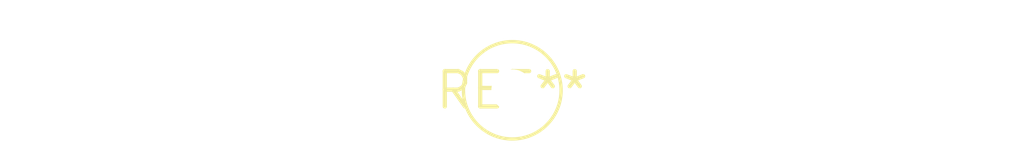
<source format=kicad_pcb>
(kicad_pcb (version 20240108) (generator pcbnew)
  (layers (0 "F.Cu" signal) (31 "B.Cu" signal) (34 "B.Paste" user) (35 "F.Paste" user) (36 "B.SilkS" user "B.Silkscreen") (37 "F.SilkS" user "F.Silkscreen") (38 "B.Mask" user) (39 "F.Mask" user) (44 "Edge.Cuts" user))
  (net 0 "")
  (footprint "TestPoint_THTPad_D3.0mm_Drill1.5mm" (layer "F.Cu") (at 0 0)
    (property "Reference" "REF**")
    (property "Value" "TestPoint_THTPad_D3.0mm_Drill1.5mm")
    (fp_circle (center 0 0) (end 0 1.75) (layer "F.SilkS") (stroke (width 0.12)) (fill none))
    (pad "1" thru_hole circle (at 0 0) (size 3 3) (drill 1.5) (layers *.Cu *.Mask) (remove_unused_layers))
  )
)
</source>
